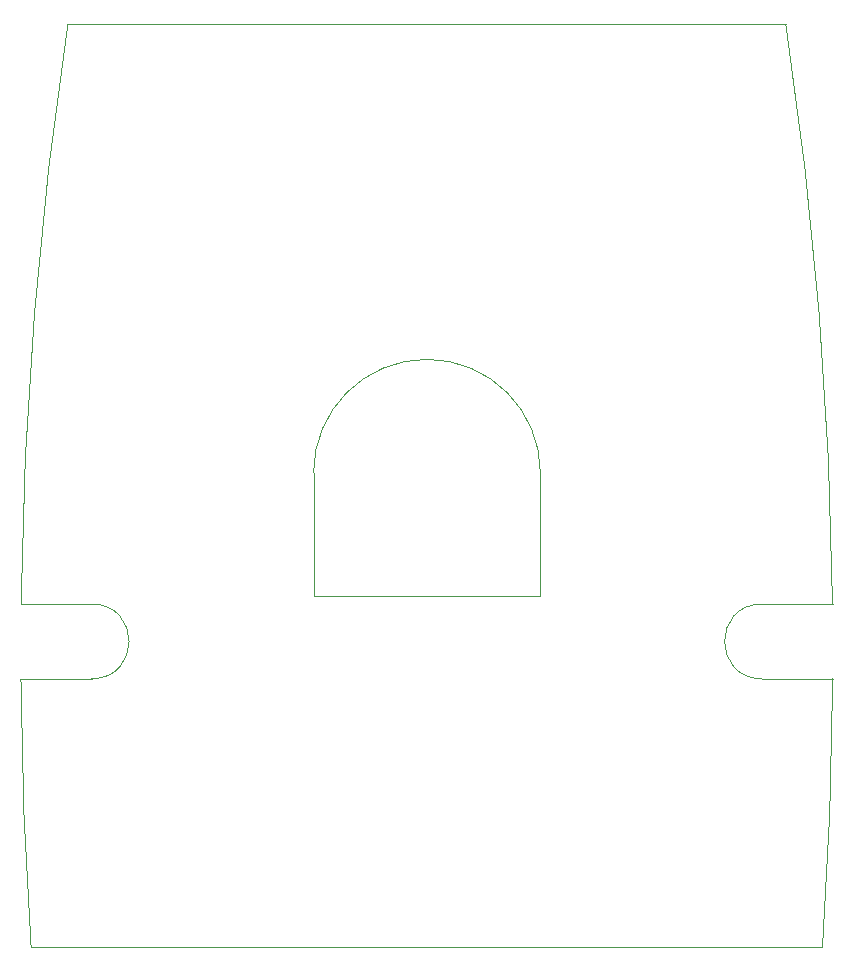
<source format=gbr>
G04 #@! TF.FileFunction,Profile,NP*
%FSLAX46Y46*%
G04 Gerber Fmt 4.6, Leading zero omitted, Abs format (unit mm)*
G04 Created by KiCad (PCBNEW 4.0.7-e2-6376~61~ubuntu18.04.1) date Fri Jan 25 16:45:17 2019*
%MOMM*%
%LPD*%
G01*
G04 APERTURE LIST*
%ADD10C,0.100000*%
G04 APERTURE END LIST*
D10*
X153400000Y-76400000D02*
G75*
G03X143800000Y-86000000I0J-9600000D01*
G01*
X163000000Y-86000000D02*
G75*
G03X153400000Y-76400000I-9600000J0D01*
G01*
X143800000Y-96400000D02*
X143800000Y-86000000D01*
X163000000Y-96400000D02*
X163000000Y-86000000D01*
X143800000Y-96400000D02*
X163000000Y-96400000D01*
X119038933Y-97119337D02*
G75*
G02X123000000Y-48000000I357321529J-4095632D01*
G01*
X183777337Y-48000000D02*
X123000000Y-48000000D01*
X183777337Y-48000000D02*
G75*
G02X187738404Y-97119337I-353360462J-53214969D01*
G01*
X181762789Y-97119337D02*
X187738404Y-97119337D01*
X181762789Y-103444787D02*
G75*
G02X181762789Y-97119337I0J3162725D01*
G01*
X187754918Y-103444786D02*
X181762789Y-103444786D01*
X187754919Y-103444787D02*
G75*
G02X186888669Y-126181137I-357338044J2229818D01*
G01*
X119888669Y-126181137D02*
X186888669Y-126181137D01*
X119888669Y-126181136D02*
G75*
G02X119022419Y-103444786I356471793J24966167D01*
G01*
X125014548Y-103444786D02*
X119022419Y-103444786D01*
X125014548Y-97119338D02*
G75*
G02X125014548Y-103444786I0J-3162724D01*
G01*
X119038933Y-97119337D02*
X125014548Y-97119337D01*
M02*

</source>
